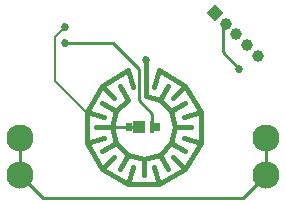
<source format=gtl>
G04 Layer_Physical_Order=1*
G04 Layer_Color=255*
%FSLAX25Y25*%
%MOIN*%
G70*
G01*
G75*
%ADD10R,0.07874X0.01575*%
%ADD11R,0.01575X0.01575*%
%ADD12R,0.02362X0.03150*%
%ADD13R,0.04016X0.04488*%
%ADD14R,0.02480X0.03150*%
%ADD15R,0.01181X0.04488*%
%ADD16C,0.01575*%
%ADD17C,0.01000*%
%ADD18C,0.00600*%
%ADD19C,0.09055*%
%ADD20C,0.03961*%
G04:AMPARAMS|DCode=21|XSize=39.59mil|YSize=39.61mil|CornerRadius=0mil|HoleSize=0mil|Usage=FLASHONLY|Rotation=315.000|XOffset=0mil|YOffset=0mil|HoleType=Round|Shape=Rectangle|*
%AMROTATEDRECTD21*
4,1,4,-0.02800,-0.00001,0.00001,0.02800,0.02800,0.00001,-0.00001,-0.02800,-0.02800,-0.00001,0.0*
%
%ADD21ROTATEDRECTD21*%

%ADD22C,0.02700*%
D10*
X157Y-19098D02*
D03*
D11*
X1000Y19600D02*
D03*
D12*
X4748Y0D02*
D03*
D13*
X-1394D02*
D03*
D14*
X-4642D02*
D03*
D15*
X2976D02*
D03*
D16*
X1000Y10310D02*
Y19500D01*
Y10310D02*
X5432Y9123D01*
X5212Y18932D02*
X14037Y13837D01*
X3684Y13227D02*
X5212Y18932D01*
X5432Y9123D02*
X9323Y5232D01*
X5432Y9123D02*
X8090Y13726D01*
X14037Y13837D02*
X19132Y5012D01*
X9861Y9661D02*
X14037Y13837D01*
X9323Y5232D02*
X10747Y-83D01*
X9323Y5232D02*
X13926Y7890D01*
X19132Y-5178D02*
Y5012D01*
X13427Y3484D02*
X19132Y5012D01*
X9323Y-5398D02*
X10747Y-83D01*
X16062D01*
X14037Y-14002D02*
X19132Y-5178D01*
X13427Y-3649D02*
X19132Y-5178D01*
X5432Y-9288D02*
X9323Y-5398D01*
X13926Y-8055D01*
X5212Y-19097D02*
X14037Y-14002D01*
X9861Y-9826D02*
X14037Y-14002D01*
X117Y-10713D02*
X5432Y-9288D01*
X8090Y-13891D01*
X-4978Y-19097D02*
X5212D01*
X3684Y-13393D02*
X5212Y-19097D01*
X-5198Y-9288D02*
X117Y-10713D01*
Y-16028D02*
Y-10713D01*
X-13802Y-14002D02*
X-4978Y-19097D01*
X-3449Y-13393D01*
X-9088Y-5398D02*
X-5198Y-9288D01*
X-7855Y-13891D02*
X-5198Y-9288D01*
X-18897Y-5178D02*
X-13802Y-14002D01*
X-9626Y-9826D01*
X-10513Y-83D02*
X-9088Y-5398D01*
X-13691Y-8055D02*
X-9088Y-5398D01*
X-18897Y-5178D02*
Y5012D01*
Y-5178D02*
X-13193Y-3649D01*
X-10513Y-83D02*
X-9088Y5232D01*
X-15828Y-83D02*
X-10513D01*
X-18897Y5012D02*
X-13802Y13837D01*
X-18897Y5012D02*
X-13193Y3484D01*
X-9088Y5232D02*
X-5198Y9123D01*
X-13691Y7890D02*
X-9088Y5232D01*
X-13802Y13837D02*
X-4978Y18932D01*
X-13802Y13837D02*
X-9626Y9661D01*
X-7855Y13726D02*
X-5198Y9123D01*
X-4978Y18932D02*
X-3449Y13227D01*
X1000Y19600D02*
Y22500D01*
D17*
X26500Y33429D02*
X27536Y34464D01*
X26500Y25000D02*
Y33429D01*
Y25000D02*
X32000Y19500D01*
X-10713Y-117D02*
X-10596Y0D01*
X-4642D01*
X-1394D01*
X2976D02*
Y4524D01*
X-1500Y9000D02*
X2976Y4524D01*
X-1500Y9000D02*
Y19500D01*
X-10000Y28000D02*
X-1500Y19500D01*
X-26000Y28000D02*
X-10000D01*
X40945Y-15905D02*
Y-3701D01*
X-40945Y-15905D02*
Y-3701D01*
X33350Y-23500D02*
X40945Y-15905D01*
X-33350Y-23500D02*
X33350D01*
X-40945Y-15905D02*
X-33350Y-23500D01*
D18*
X-29500Y15381D02*
X-19097Y4978D01*
X-29500Y15381D02*
Y30000D01*
X-26000Y33500D01*
D19*
X40945Y-15905D02*
D03*
Y-3701D02*
D03*
X-40945Y-15905D02*
D03*
Y-3701D02*
D03*
D20*
X34607Y27393D02*
D03*
X31071Y30929D02*
D03*
X38142Y23858D02*
D03*
X27536Y34464D02*
D03*
D21*
X24000Y38000D02*
D03*
D22*
X-26000Y33500D02*
D03*
Y28000D02*
D03*
X1000Y22500D02*
D03*
X32000Y19500D02*
D03*
M02*

</source>
